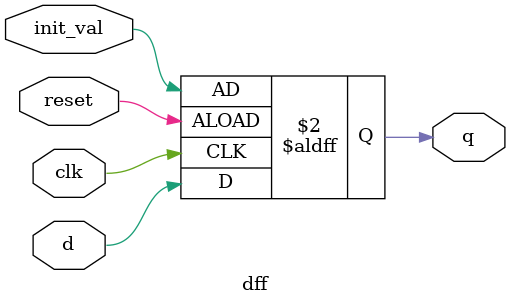
<source format=v>
module dff (
    input clk,
    input reset,
    input d,
    input init_val,
    output reg q
);
    always @(posedge clk or posedge reset) begin
        if (reset)
            q <= init_val;
        else
            q <= d;
    end
endmodule

</source>
